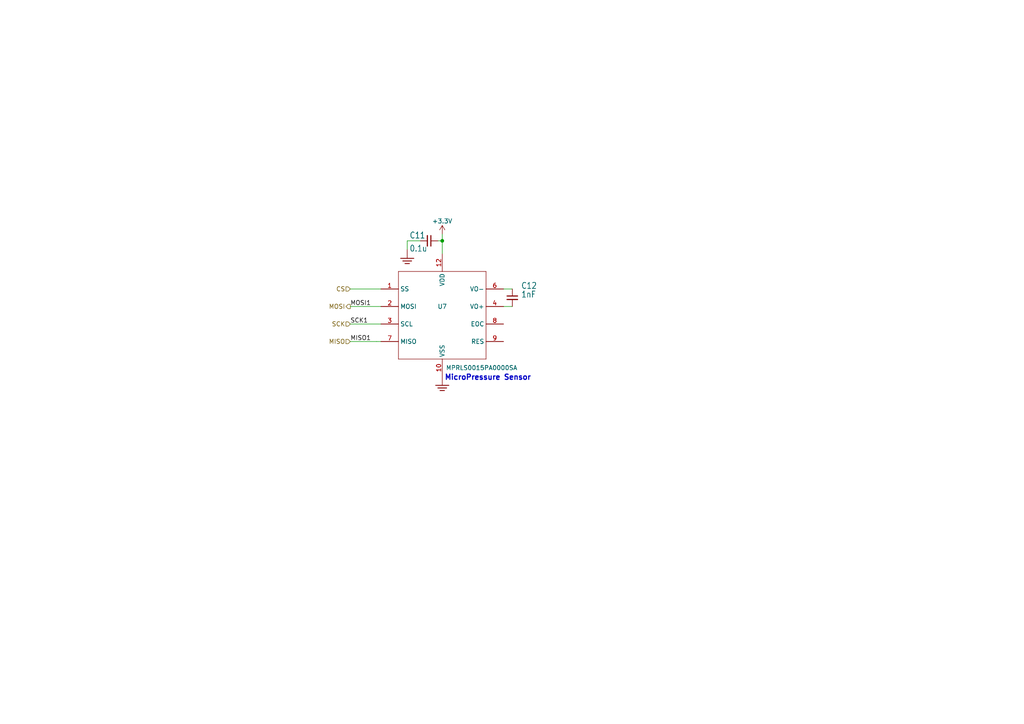
<source format=kicad_sch>
(kicad_sch (version 20230121) (generator eeschema)

  (uuid 4f9c4358-dfe3-4415-be53-85a0964d7d40)

  (paper "A4")

  (lib_symbols
    (symbol "BRGRavionics-eagle-import:GND-EARTH" (power) (in_bom yes) (on_board yes)
      (property "Reference" "#SUPPLY" (at 0 0 0)
        (effects (font (size 1.27 1.27)) hide)
      )
      (property "Value" "GND-EARTH" (at 0 -3.175 0)
        (effects (font (size 1.778 1.5113)))
      )
      (property "Footprint" "" (at 0 0 0)
        (effects (font (size 1.27 1.27)) hide)
      )
      (property "Datasheet" "" (at 0 0 0)
        (effects (font (size 1.27 1.27)) hide)
      )
      (property "ki_locked" "" (at 0 0 0)
        (effects (font (size 1.27 1.27)))
      )
      (symbol "GND-EARTH_1_0"
        (polyline
          (pts
            (xy -1.905 0)
            (xy 1.905 0)
          )
          (stroke (width 0.254) (type solid))
          (fill (type none))
        )
        (polyline
          (pts
            (xy -1.27 -0.762)
            (xy 1.27 -0.762)
          )
          (stroke (width 0.254) (type solid))
          (fill (type none))
        )
        (polyline
          (pts
            (xy -0.635 -1.524)
            (xy 0.635 -1.524)
          )
          (stroke (width 0.254) (type solid))
          (fill (type none))
        )
        (pin power_in line (at 0 2.54 270) (length 2.54)
          (name "GND" (effects (font (size 0 0))))
          (number "1" (effects (font (size 0 0))))
        )
      )
    )
    (symbol "BRGRavionics-eagle-import:MPRLS0015PA0000SA" (in_bom yes) (on_board yes)
      (property "Reference" "U$8" (at 0 0 0)
        (effects (font (size 1.27 1.27)) hide)
      )
      (property "Value" "MPRLS0015PA0000SA" (at 17.78 -17.145 0)
        (effects (font (size 1.27 1.27)))
      )
      (property "Footprint" "BRGRavionics:MPRLS0015PA0000SA" (at -20.32 -16.51 0)
        (effects (font (size 1.27 1.27)) hide)
      )
      (property "Datasheet" "" (at 0 0 0)
        (effects (font (size 1.27 1.27)) hide)
      )
      (property "ki_locked" "" (at 0 0 0)
        (effects (font (size 1.27 1.27)))
      )
      (symbol "MPRLS0015PA0000SA_1_0"
        (polyline
          (pts
            (xy -12.7 -15.24)
            (xy 12.7 -15.24)
          )
          (stroke (width 0.1524) (type solid))
          (fill (type none))
        )
        (polyline
          (pts
            (xy -12.7 10.16)
            (xy -12.7 -15.24)
          )
          (stroke (width 0.1524) (type solid))
          (fill (type none))
        )
        (polyline
          (pts
            (xy 12.7 -15.24)
            (xy 12.7 10.16)
          )
          (stroke (width 0.1524) (type solid))
          (fill (type none))
        )
        (polyline
          (pts
            (xy 12.7 10.16)
            (xy -12.7 10.16)
          )
          (stroke (width 0.1524) (type solid))
          (fill (type none))
        )
        (pin bidirectional line (at -17.78 5.08 0) (length 5.08)
          (name "SS" (effects (font (size 1.27 1.27))))
          (number "1" (effects (font (size 1.27 1.27))))
        )
        (pin bidirectional line (at 0 -20.32 90) (length 5.08)
          (name "VSS" (effects (font (size 1.27 1.27))))
          (number "10" (effects (font (size 1.27 1.27))))
        )
        (pin bidirectional line (at 0 15.24 270) (length 5.08)
          (name "VDD" (effects (font (size 1.27 1.27))))
          (number "12" (effects (font (size 1.27 1.27))))
        )
        (pin bidirectional line (at -17.78 0 0) (length 5.08)
          (name "MOSI" (effects (font (size 1.27 1.27))))
          (number "2" (effects (font (size 1.27 1.27))))
        )
        (pin bidirectional line (at -17.78 -5.08 0) (length 5.08)
          (name "SCL" (effects (font (size 1.27 1.27))))
          (number "3" (effects (font (size 1.27 1.27))))
        )
        (pin bidirectional line (at 17.78 0 180) (length 5.08)
          (name "VO+" (effects (font (size 1.27 1.27))))
          (number "4" (effects (font (size 1.27 1.27))))
        )
        (pin bidirectional line (at 17.78 5.08 180) (length 5.08)
          (name "VO-" (effects (font (size 1.27 1.27))))
          (number "6" (effects (font (size 1.27 1.27))))
        )
        (pin bidirectional line (at -17.78 -10.16 0) (length 5.08)
          (name "MISO" (effects (font (size 1.27 1.27))))
          (number "7" (effects (font (size 1.27 1.27))))
        )
        (pin bidirectional line (at 17.78 -5.08 180) (length 5.08)
          (name "EOC" (effects (font (size 1.27 1.27))))
          (number "8" (effects (font (size 1.27 1.27))))
        )
        (pin bidirectional line (at 17.78 -10.16 180) (length 5.08)
          (name "RES" (effects (font (size 1.27 1.27))))
          (number "9" (effects (font (size 1.27 1.27))))
        )
      )
    )
    (symbol "Device:C_Small" (pin_numbers hide) (pin_names (offset 0.254) hide) (in_bom yes) (on_board yes)
      (property "Reference" "C" (at 0.254 1.778 0)
        (effects (font (size 1.27 1.27)) (justify left))
      )
      (property "Value" "C_Small" (at 0.254 -2.032 0)
        (effects (font (size 1.27 1.27)) (justify left))
      )
      (property "Footprint" "" (at 0 0 0)
        (effects (font (size 1.27 1.27)) hide)
      )
      (property "Datasheet" "~" (at 0 0 0)
        (effects (font (size 1.27 1.27)) hide)
      )
      (property "ki_keywords" "capacitor cap" (at 0 0 0)
        (effects (font (size 1.27 1.27)) hide)
      )
      (property "ki_description" "Unpolarized capacitor, small symbol" (at 0 0 0)
        (effects (font (size 1.27 1.27)) hide)
      )
      (property "ki_fp_filters" "C_*" (at 0 0 0)
        (effects (font (size 1.27 1.27)) hide)
      )
      (symbol "C_Small_0_1"
        (polyline
          (pts
            (xy -1.524 -0.508)
            (xy 1.524 -0.508)
          )
          (stroke (width 0.3302) (type default))
          (fill (type none))
        )
        (polyline
          (pts
            (xy -1.524 0.508)
            (xy 1.524 0.508)
          )
          (stroke (width 0.3048) (type default))
          (fill (type none))
        )
      )
      (symbol "C_Small_1_1"
        (pin passive line (at 0 2.54 270) (length 2.032)
          (name "~" (effects (font (size 1.27 1.27))))
          (number "1" (effects (font (size 1.27 1.27))))
        )
        (pin passive line (at 0 -2.54 90) (length 2.032)
          (name "~" (effects (font (size 1.27 1.27))))
          (number "2" (effects (font (size 1.27 1.27))))
        )
      )
    )
    (symbol "power:+3.3V" (power) (pin_names (offset 0)) (in_bom yes) (on_board yes)
      (property "Reference" "#PWR" (at 0 -3.81 0)
        (effects (font (size 1.27 1.27)) hide)
      )
      (property "Value" "+3.3V" (at 0 3.556 0)
        (effects (font (size 1.27 1.27)))
      )
      (property "Footprint" "" (at 0 0 0)
        (effects (font (size 1.27 1.27)) hide)
      )
      (property "Datasheet" "" (at 0 0 0)
        (effects (font (size 1.27 1.27)) hide)
      )
      (property "ki_keywords" "global power" (at 0 0 0)
        (effects (font (size 1.27 1.27)) hide)
      )
      (property "ki_description" "Power symbol creates a global label with name \"+3.3V\"" (at 0 0 0)
        (effects (font (size 1.27 1.27)) hide)
      )
      (symbol "+3.3V_0_1"
        (polyline
          (pts
            (xy -0.762 1.27)
            (xy 0 2.54)
          )
          (stroke (width 0) (type default))
          (fill (type none))
        )
        (polyline
          (pts
            (xy 0 0)
            (xy 0 2.54)
          )
          (stroke (width 0) (type default))
          (fill (type none))
        )
        (polyline
          (pts
            (xy 0 2.54)
            (xy 0.762 1.27)
          )
          (stroke (width 0) (type default))
          (fill (type none))
        )
      )
      (symbol "+3.3V_1_1"
        (pin power_in line (at 0 0 90) (length 0) hide
          (name "+3.3V" (effects (font (size 1.27 1.27))))
          (number "1" (effects (font (size 1.27 1.27))))
        )
      )
    )
  )

  (junction (at 128.27 69.85) (diameter 0) (color 0 0 0 0)
    (uuid bffa7a10-2c0c-4065-b13c-2ca5e294f5ef)
  )

  (wire (pts (xy 128.27 69.85) (xy 128.27 73.66))
    (stroke (width 0) (type default))
    (uuid 0d065e49-5a46-42cc-a456-f3f7e65d0a88)
  )
  (wire (pts (xy 128.27 67.945) (xy 128.27 69.85))
    (stroke (width 0) (type default))
    (uuid 22034ba3-ea78-44ac-afd9-eb0a29e4d92d)
  )
  (wire (pts (xy 146.05 88.9) (xy 148.59 88.9))
    (stroke (width 0.1524) (type solid))
    (uuid 393cc45b-c0a7-4226-8fb7-12a731c11c5a)
  )
  (wire (pts (xy 121.92 69.85) (xy 118.11 69.85))
    (stroke (width 0) (type default))
    (uuid 3e8def79-2ef2-4f0f-8f1d-0817b6989160)
  )
  (wire (pts (xy 127 69.85) (xy 128.27 69.85))
    (stroke (width 0.1524) (type solid))
    (uuid 53a5df6a-14e1-425f-9e8b-6cbd261062ff)
  )
  (wire (pts (xy 101.6 88.9) (xy 110.49 88.9))
    (stroke (width 0) (type default))
    (uuid 7d39aac4-762d-492b-95c8-72790f982f1d)
  )
  (wire (pts (xy 146.05 83.82) (xy 148.59 83.82))
    (stroke (width 0.1524) (type solid))
    (uuid 9d9b243e-4158-4734-885d-88e036f75d0e)
  )
  (wire (pts (xy 101.6 99.06) (xy 109.22 99.06))
    (stroke (width 0) (type default))
    (uuid bbe99421-25cf-412d-94ea-e1ea776af310)
  )
  (wire (pts (xy 109.22 99.06) (xy 110.49 99.06))
    (stroke (width 0.1524) (type solid))
    (uuid c13c5df1-b673-4cfe-8b94-03b08b63f96f)
  )
  (wire (pts (xy 118.11 69.85) (xy 118.11 72.39))
    (stroke (width 0) (type default))
    (uuid d021dd2f-4cca-4ed4-ac89-4f2ed3e0c756)
  )
  (wire (pts (xy 101.6 93.98) (xy 110.49 93.98))
    (stroke (width 0) (type default))
    (uuid d0f4d21b-a2dc-4b7a-b7e9-68bf1a89cd64)
  )
  (wire (pts (xy 101.6 83.82) (xy 110.49 83.82))
    (stroke (width 0) (type default))
    (uuid e3b91ba1-18f0-44aa-82e4-cf2755023e4d)
  )

  (text "MicroPressure Sensor" (at 128.905 110.49 0)
    (effects (font (size 1.524 1.524) (thickness 0.3048) bold) (justify left bottom))
    (uuid 780627e4-a725-455b-aa90-ce2dc4459827)
  )

  (label "MOSI1" (at 101.6 88.9 0) (fields_autoplaced)
    (effects (font (size 1.27 1.27)) (justify left bottom))
    (uuid ad8cee39-c70d-42f8-a1c5-88c84892fe0b)
  )
  (label "SCK1" (at 101.6 93.98 0) (fields_autoplaced)
    (effects (font (size 1.27 1.27)) (justify left bottom))
    (uuid be7e1586-a278-4f21-b631-a63737f1d905)
  )
  (label "MISO1" (at 101.6 99.06 0) (fields_autoplaced)
    (effects (font (size 1.27 1.27)) (justify left bottom))
    (uuid e8b7c9dc-291c-44ab-b206-b4ea6a73b633)
  )

  (hierarchical_label "SCK" (shape input) (at 101.6 93.98 180) (fields_autoplaced)
    (effects (font (size 1.27 1.27)) (justify right))
    (uuid 2035c9e8-b2cc-4ab0-b309-78cb8eccdf33)
  )
  (hierarchical_label "MISO" (shape input) (at 101.6 99.06 180) (fields_autoplaced)
    (effects (font (size 1.27 1.27)) (justify right))
    (uuid 288c825e-7f6c-4ccc-93de-e2b8f94347ef)
  )
  (hierarchical_label " MOSI" (shape output) (at 101.6 88.9 180) (fields_autoplaced)
    (effects (font (size 1.27 1.27)) (justify right))
    (uuid 7ec29db0-9df6-42b7-b196-eb753b838a7d)
  )
  (hierarchical_label "CS" (shape input) (at 101.6 83.82 180) (fields_autoplaced)
    (effects (font (size 1.27 1.27)) (justify right))
    (uuid b045c646-5fc4-45da-912d-f5492297ea5c)
  )

  (symbol (lib_id "BRGRavionics-eagle-import:GND-EARTH") (at 128.27 111.76 0) (unit 1)
    (in_bom yes) (on_board yes) (dnp no)
    (uuid 076f28b7-59d4-4420-a550-4f914a9ae60b)
    (property "Reference" "#SUPPLY037" (at 128.27 111.76 0)
      (effects (font (size 1.27 1.27)) hide)
    )
    (property "Value" "GND" (at 128.27 114.935 0)
      (effects (font (size 1.778 1.5113)) hide)
    )
    (property "Footprint" "" (at 128.27 111.76 0)
      (effects (font (size 1.27 1.27)) hide)
    )
    (property "Datasheet" "" (at 128.27 111.76 0)
      (effects (font (size 1.27 1.27)) hide)
    )
    (pin "1" (uuid 4f133893-2184-452f-852a-a5bbc8f91921))
    (instances
      (project "BRGRavionics"
        (path "/4e6fd9e4-e85c-45d6-9f9c-1f20b37f8bd7/4cc7c859-ffe7-4065-bc19-63d628a485c6"
          (reference "#SUPPLY037") (unit 1)
        )
      )
    )
  )

  (symbol (lib_id "BRGRavionics-eagle-import:GND-EARTH") (at 118.11 74.93 0) (unit 1)
    (in_bom yes) (on_board yes) (dnp no)
    (uuid 1753e551-0b73-4d3e-b3e0-154cb9d5e5f2)
    (property "Reference" "#SUPPLY036" (at 118.11 74.93 0)
      (effects (font (size 1.27 1.27)) hide)
    )
    (property "Value" "GND" (at 118.11 78.105 0)
      (effects (font (size 1.778 1.5113)) hide)
    )
    (property "Footprint" "" (at 118.11 74.93 0)
      (effects (font (size 1.27 1.27)) hide)
    )
    (property "Datasheet" "" (at 118.11 74.93 0)
      (effects (font (size 1.27 1.27)) hide)
    )
    (pin "1" (uuid b6653287-811a-473d-86b2-f62b55b6e953))
    (instances
      (project "BRGRavionics"
        (path "/4e6fd9e4-e85c-45d6-9f9c-1f20b37f8bd7/4cc7c859-ffe7-4065-bc19-63d628a485c6"
          (reference "#SUPPLY036") (unit 1)
        )
      )
    )
  )

  (symbol (lib_id "Device:C_Small") (at 124.46 69.85 270) (unit 1)
    (in_bom yes) (on_board yes) (dnp no)
    (uuid 2fda5b02-7ecd-448b-aa5c-87b337194804)
    (property "Reference" "C11" (at 118.745 69.215 90)
      (effects (font (size 1.778 1.5113)) (justify left bottom))
    )
    (property "Value" "0.1u" (at 118.745 73.025 90)
      (effects (font (size 1.778 1.5113)) (justify left bottom))
    )
    (property "Footprint" "Capacitor_SMD:C_0603_1608Metric" (at 124.46 69.85 0)
      (effects (font (size 1.27 1.27)) hide)
    )
    (property "Datasheet" "~" (at 124.46 69.85 0)
      (effects (font (size 1.27 1.27)) hide)
    )
    (pin "1" (uuid 86439e41-4b05-4f56-ae0d-5d7d2d88f897))
    (pin "2" (uuid dc5ab921-8c73-4a5a-b90e-b27aca61ec58))
    (instances
      (project "BRGRavionics"
        (path "/4e6fd9e4-e85c-45d6-9f9c-1f20b37f8bd7/4cc7c859-ffe7-4065-bc19-63d628a485c6"
          (reference "C11") (unit 1)
        )
      )
    )
  )

  (symbol (lib_id "power:+3.3V") (at 128.27 67.945 0) (unit 1)
    (in_bom yes) (on_board yes) (dnp no) (fields_autoplaced)
    (uuid 86d699d4-bd16-4fd0-93d8-a2a1a88d4e96)
    (property "Reference" "#PWR09" (at 128.27 71.755 0)
      (effects (font (size 1.27 1.27)) hide)
    )
    (property "Value" "+3.3V" (at 128.27 64.135 0)
      (effects (font (size 1.27 1.27)))
    )
    (property "Footprint" "" (at 128.27 67.945 0)
      (effects (font (size 1.27 1.27)) hide)
    )
    (property "Datasheet" "" (at 128.27 67.945 0)
      (effects (font (size 1.27 1.27)) hide)
    )
    (pin "1" (uuid 6ec112fc-2860-4966-a364-8271b77a9840))
    (instances
      (project "BRGRavionics"
        (path "/4e6fd9e4-e85c-45d6-9f9c-1f20b37f8bd7/4cc7c859-ffe7-4065-bc19-63d628a485c6"
          (reference "#PWR09") (unit 1)
        )
      )
    )
  )

  (symbol (lib_id "Device:C_Small") (at 148.59 86.36 0) (unit 1)
    (in_bom yes) (on_board yes) (dnp no)
    (uuid 962226c8-9aee-4973-a5a9-8696cc1a3e51)
    (property "Reference" "C12" (at 151.13 83.82 0)
      (effects (font (size 1.778 1.5113)) (justify left bottom))
    )
    (property "Value" "1nF" (at 151.13 86.36 0)
      (effects (font (size 1.778 1.5113)) (justify left bottom))
    )
    (property "Footprint" "Capacitor_SMD:C_0603_1608Metric" (at 148.59 86.36 0)
      (effects (font (size 1.27 1.27)) hide)
    )
    (property "Datasheet" "~" (at 148.59 86.36 0)
      (effects (font (size 1.27 1.27)) hide)
    )
    (pin "1" (uuid cbad1c43-156a-4303-9ff8-e9d89808544e))
    (pin "2" (uuid 1609f874-cb16-4baa-a755-695b1620a8f2))
    (instances
      (project "BRGRavionics"
        (path "/4e6fd9e4-e85c-45d6-9f9c-1f20b37f8bd7/4cc7c859-ffe7-4065-bc19-63d628a485c6"
          (reference "C12") (unit 1)
        )
      )
    )
  )

  (symbol (lib_id "BRGRavionics-eagle-import:MPRLS0015PA0000SA") (at 128.27 88.9 0) (unit 1)
    (in_bom yes) (on_board yes) (dnp no)
    (uuid e5546601-8a7a-4802-a70e-402e48221fce)
    (property "Reference" "U7" (at 128.27 88.9 0)
      (effects (font (size 1.27 1.27)))
    )
    (property "Value" "MPRLS0015PA0000SA" (at 139.7 106.68 0)
      (effects (font (size 1.27 1.27)))
    )
    (property "Footprint" "BRGRavionics:MPRLS0015PA0000SA" (at 107.95 105.41 0)
      (effects (font (size 1.27 1.27)) hide)
    )
    (property "Datasheet" "" (at 128.27 88.9 0)
      (effects (font (size 1.27 1.27)) hide)
    )
    (pin "1" (uuid c8553fff-9cbd-46da-8210-2558b61601ec))
    (pin "10" (uuid 9072aa65-1617-4cc2-8cfc-dc1bbee2cee8))
    (pin "12" (uuid d55477de-be63-470b-bca5-b10e56c45fc8))
    (pin "2" (uuid c9172687-d196-4db3-977a-218a7deb2d1d))
    (pin "3" (uuid c46be504-7896-4114-b590-69c4d55eabdc))
    (pin "4" (uuid dc9b0056-7c93-4a0e-aa7f-f8d17adbc85a))
    (pin "6" (uuid 38306dbe-944f-40df-a392-50b67bd96dc6))
    (pin "7" (uuid 737675e8-1550-4be3-ba38-51fe60843741))
    (pin "8" (uuid 957b3d1c-5ff3-4779-9dc8-b5ba066f49b6))
    (pin "9" (uuid ffb054d7-4c37-465d-b66a-a3d8ced89d66))
    (instances
      (project "BRGRavionics"
        (path "/4e6fd9e4-e85c-45d6-9f9c-1f20b37f8bd7/4cc7c859-ffe7-4065-bc19-63d628a485c6"
          (reference "U7") (unit 1)
        )
      )
    )
  )
)

</source>
